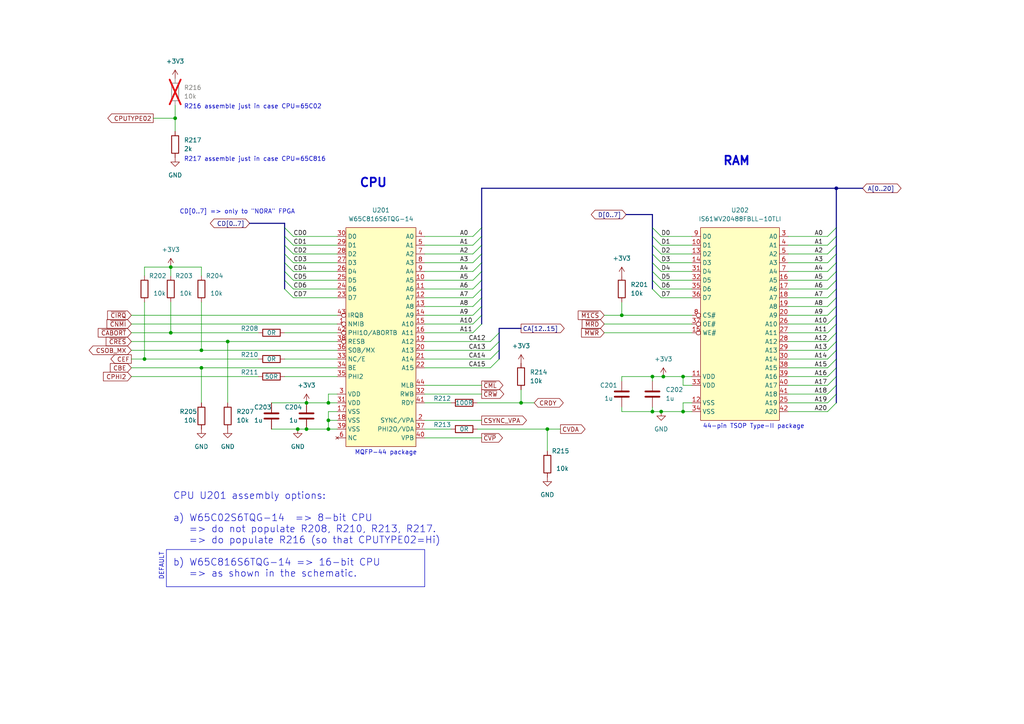
<source format=kicad_sch>
(kicad_sch (version 20230121) (generator eeschema)
  (paper "A4")
  (title_block (title "X65-SBC") (date "2024-02-12") (rev "revB1") (company "FOR X65.EU DESIGNED BY JSYKORA.INFO") (comment 1 "65816 CPU, 2MB SRAM"))
  (lib_symbols
    (symbol "Device:C" (pin_numbers hide) (pin_names (offset 0.254))
      (property "Reference" "C" (at 0.635 2.54 0))
      (property "Value" "C" (at 0.635 -2.54 0))
      (symbol "C_0_1"
        (polyline (pts (xy -2.032 -0.762) (xy 2.032 -0.762)) (stroke (width 0.508)))
        (polyline (pts (xy -2.032 0.762) (xy 2.032 0.762)) (stroke (width 0.508)))
      )
      (symbol "C_1_1"
        (pin passive line (at 0 3.81 270) (length 2.794) (name "~") (number "1"))
        (pin passive line (at 0 -3.81 90) (length 2.794) (name "~") (number "2"))
      )
    )
    (symbol "Device:R" (pin_numbers hide) (pin_names (offset 0))
      (property "Reference" "R" (at 2.032 0 90))
      (property "Value" "R" (at 0 0 90))
      (symbol "R_0_1"
        (rectangle (start -1.016 -2.54) (end 1.016 2.54) (stroke (width 0.254)))
      )
      (symbol "R_1_1"
        (pin passive line (at 0 3.81 270) (length 1.27) (name "~") (number "1"))
        (pin passive line (at 0 -3.81 90) (length 1.27) (name "~") (number "2"))
      )
    )
    (symbol "SRAM:IS61WV20488FBLL-10TLI"
      (property "Reference" "U" (at -10.16 -1.27 0))
      (property "Value" "IS61WV20488FBLL-10TLI" (at 0 -3.81 0))
      (symbol "IS61WV20488FBLL-10TLI_0_1"
        (rectangle (start -11.43 55.88) (end 11.43 0) (fill (type background)))
      )
      (symbol "IS61WV20488FBLL-10TLI_1_1"
        (pin bidirectional line (at -13.97 50.8 0) (length 2.54) (name "D1") (number "10"))
        (pin power_in line (at -13.97 12.7 0) (length 2.54) (name "VDD") (number "11"))
        (pin power_in line (at -13.97 5.08 0) (length 2.54) (name "VSS") (number "12"))
        (pin bidirectional line (at -13.97 48.26 0) (length 2.54) (name "D2") (number "13"))
        (pin bidirectional line (at -13.97 45.72 0) (length 2.54) (name "D3") (number "14"))
        (pin input inverted (at -13.97 25.4 0) (length 2.54) (name "WE#") (number "15"))
        (pin input line (at 13.97 40.64 180) (length 2.54) (name "A5") (number "16"))
        (pin input line (at 13.97 38.1 180) (length 2.54) (name "A6") (number "17"))
        (pin input line (at 13.97 35.56 180) (length 2.54) (name "A7") (number "18"))
        (pin input line (at 13.97 33.02 180) (length 2.54) (name "A8") (number "19"))
        (pin input line (at 13.97 30.48 180) (length 2.54) (name "A9") (number "20"))
        (pin input line (at 13.97 5.08 180) (length 2.54) (name "A19") (number "25"))
        (pin input line (at 13.97 27.94 180) (length 2.54) (name "A10") (number "26"))
        (pin input line (at 13.97 25.4 180) (length 2.54) (name "A11") (number "27"))
        (pin input line (at 13.97 22.86 180) (length 2.54) (name "A12") (number "28"))
        (pin input line (at 13.97 20.32 180) (length 2.54) (name "A13") (number "29"))
        (pin input line (at 13.97 53.34 180) (length 2.54) (name "A0") (number "3"))
        (pin input line (at 13.97 17.78 180) (length 2.54) (name "A14") (number "30"))
        (pin bidirectional line (at -13.97 43.18 0) (length 2.54) (name "D4") (number "31"))
        (pin bidirectional line (at -13.97 40.64 0) (length 2.54) (name "D5") (number "32"))
        (pin power_in line (at -13.97 10.16 0) (length 2.54) (name "VDD") (number "33"))
        (pin power_in line (at -13.97 2.54 0) (length 2.54) (name "VSS") (number "34"))
        (pin bidirectional line (at -13.97 38.1 0) (length 2.54) (name "D6") (number "35"))
        (pin bidirectional line (at -13.97 35.56 0) (length 2.54) (name "D7") (number "36"))
        (pin input inverted (at -13.97 27.94 0) (length 2.54) (name "OE#") (number "37"))
        (pin input line (at 13.97 15.24 180) (length 2.54) (name "A15") (number "38"))
        (pin input line (at 13.97 12.7 180) (length 2.54) (name "A16") (number "39"))
        (pin input line (at 13.97 50.8 180) (length 2.54) (name "A1") (number "4"))
        (pin input line (at 13.97 10.16 180) (length 2.54) (name "A17") (number "40"))
        (pin input line (at 13.97 7.62 180) (length 2.54) (name "A18") (number "41"))
        (pin input line (at 13.97 2.54 180) (length 2.54) (name "A20") (number "42"))
        (pin input line (at 13.97 48.26 180) (length 2.54) (name "A2") (number "5"))
        (pin input line (at 13.97 45.72 180) (length 2.54) (name "A3") (number "6"))
        (pin input line (at 13.97 43.18 180) (length 2.54) (name "A4") (number "7"))
        (pin input inverted (at -13.97 30.48 0) (length 2.54) (name "CS#") (number "8"))
        (pin bidirectional line (at -13.97 53.34 0) (length 2.54) (name "D0") (number "9"))
      )
    )
    (symbol "W65:W65C{02|816}S6TQG-14"
      (property "Reference" "U" (at -6.35 -11.43 0))
      (property "Value" "W65C{02|816}S6TQG-14" (at 2.54 -13.97 0))
      (symbol "W65C{02|816}S6TQG-14_0_1"
        (rectangle (start -7.62 53.34) (end 12.7 -10.16) (fill (type background)))
      )
      (symbol "W65C{02|816}S6TQG-14_1_1"
        (pin input inverted (at -10.16 25.4 0) (length 2.54) (name "NMIB") (number "1"))
        (pin output line (at 15.24 38.1 180) (length 2.54) (name "A5") (number "10"))
        (pin output line (at 15.24 35.56 180) (length 2.54) (name "A6") (number "11"))
        (pin output line (at 15.24 33.02 180) (length 2.54) (name "A7") (number "12"))
        (pin output line (at 15.24 30.48 180) (length 2.54) (name "A8") (number "13"))
        (pin output line (at 15.24 27.94 180) (length 2.54) (name "A9") (number "14"))
        (pin output line (at 15.24 25.4 180) (length 2.54) (name "A10") (number "15"))
        (pin output line (at 15.24 22.86 180) (length 2.54) (name "A11") (number "16"))
        (pin power_in line (at -10.16 0 0) (length 2.54) (name "VSS") (number "17"))
        (pin power_in line (at -10.16 -2.54 0) (length 2.54) (name "VSS") (number "18"))
        (pin output line (at 15.24 20.32 180) (length 2.54) (name "A12") (number "19"))
        (pin output line (at 15.24 -2.54 180) (length 2.54) (name "SYNC/VPA") (number "2"))
        (pin output line (at 15.24 17.78 180) (length 2.54) (name "A13") (number "20"))
        (pin output line (at 15.24 15.24 180) (length 2.54) (name "A14") (number "21"))
        (pin output line (at 15.24 12.7 180) (length 2.54) (name "A15") (number "22"))
        (pin bidirectional line (at -10.16 33.02 0) (length 2.54) (name "D7") (number "23"))
        (pin bidirectional line (at -10.16 35.56 0) (length 2.54) (name "D6") (number "24"))
        (pin bidirectional line (at -10.16 38.1 0) (length 2.54) (name "D5") (number "25"))
        (pin bidirectional line (at -10.16 40.64 0) (length 2.54) (name "D4") (number "26"))
        (pin bidirectional line (at -10.16 43.18 0) (length 2.54) (name "D3") (number "27"))
        (pin bidirectional line (at -10.16 45.72 0) (length 2.54) (name "D2") (number "28"))
        (pin bidirectional line (at -10.16 48.26 0) (length 2.54) (name "D1") (number "29"))
        (pin power_in line (at -10.16 5.08 0) (length 2.54) (name "VDD") (number "3"))
        (pin bidirectional line (at -10.16 50.8 0) (length 2.54) (name "D0") (number "30"))
        (pin power_in line (at -10.16 2.54 0) (length 2.54) (name "VDD") (number "31"))
        (pin output line (at 15.24 5.08 180) (length 2.54) (name "RWB") (number "32"))
        (pin output line (at -10.16 15.24 0) (length 2.54) (name "NC/E") (number "33"))
        (pin input line (at -10.16 12.7 0) (length 2.54) (name "BE") (number "34"))
        (pin input line (at -10.16 10.16 0) (length 2.54) (name "PHI2") (number "35"))
        (pin output line (at -10.16 17.78 0) (length 2.54) (name "SOB/MX") (number "36"))
        (pin output line (at 15.24 -5.08 180) (length 2.54) (name "PHI2O/VDA") (number "37"))
        (pin input inverted (at -10.16 20.32 0) (length 2.54) (name "RESB") (number "38"))
        (pin power_in line (at -10.16 -5.08 0) (length 2.54) (name "VSS") (number "39"))
        (pin output line (at 15.24 50.8 180) (length 2.54) (name "A0") (number "4"))
        (pin output line (at 15.24 -7.62 180) (length 2.54) (name "VPB") (number "40"))
        (pin bidirectional line (at 15.24 2.54 180) (length 2.54) (name "RDY") (number "41"))
        (pin bidirectional inverted (at -10.16 22.86 0) (length 2.54) (name "PHI1O/ABORTB") (number "42"))
        (pin input inverted (at -10.16 27.94 0) (length 2.54) (name "IRQB") (number "43"))
        (pin output line (at 15.24 7.62 180) (length 2.54) (name "MLB") (number "44"))
        (pin output line (at 15.24 48.26 180) (length 2.54) (name "A1") (number "5"))
        (pin no_connect line (at -10.16 -7.62 0) (length 2.54) (name "NC") (number "6"))
        (pin output line (at 15.24 45.72 180) (length 2.54) (name "A2") (number "7"))
        (pin output line (at 15.24 43.18 180) (length 2.54) (name "A3") (number "8"))
        (pin output line (at 15.24 40.64 180) (length 2.54) (name "A4") (number "9"))
      )
    )
    (symbol "power:+3V3" (power) (pin_names (offset 0))
      (property "Value" "+3V3" (at 0 3.556 0))
      (symbol "+3V3_0_1"
        (polyline (pts (xy -0.762 1.27) (xy 0 2.54)))
        (polyline (pts (xy 0 0) (xy 0 2.54)))
        (polyline (pts (xy 0 2.54) (xy 0.762 1.27)))
      )
      (symbol "+3V3_1_1"
        (pin power_in line (at 0 0 90) (length 0) hide (name "+3V3") (number "1"))
      )
    )
    (symbol "power:GND" (power) (pin_names (offset 0))
      (property "Value" "GND" (at 0 -3.81 0))
      (symbol "GND_0_1"
        (polyline (pts (xy 0 0) (xy 0 -1.27) (xy 1.27 -1.27) (xy 0 -2.54) (xy -1.27 -1.27) (xy 0 -1.27)))
      )
      (symbol "GND_1_1"
        (pin power_in line (at 0 0 270) (length 0) hide (name "GND") (number "1"))
      )
    )
  )
  (junction (at 189.23 119.38))
  (junction (at 41.91 104.14))
  (junction (at 88.9 124.46))
  (junction (at 95.25 116.84))
  (junction (at 50.8 34.29))
  (junction (at 191.77 119.38))
  (junction (at 49.53 96.52))
  (junction (at 95.25 121.92))
  (junction (at 192.405 109.22))
  (junction (at 95.25 124.46))
  (junction (at 66.04 99.06))
  (junction (at 158.75 124.46))
  (junction (at 86.36 124.46))
  (junction (at 58.42 106.68))
  (junction (at 88.9 116.84))
  (junction (at 151.13 116.84))
  (junction (at 49.53 77.47))
  (junction (at 198.12 119.38))
  (junction (at 242.57 54.61))
  (junction (at 189.23 109.22))
  (junction (at 198.12 109.22))
  (junction (at 180.34 91.44))
  (junction (at 58.42 101.6))
  (bus_entry (at 189.23 76.2) (size 2.54 2.54))
  (bus_entry (at 242.57 86.36) (size -2.54 2.54))
  (bus_entry (at 242.57 88.9) (size -2.54 2.54))
  (bus_entry (at 242.57 116.84) (size -2.54 2.54))
  (bus_entry (at 242.57 106.68) (size -2.54 2.54))
  (bus_entry (at 137.16 91.44) (size 2.54 -2.54))
  (bus_entry (at 137.16 96.52) (size 2.54 -2.54))
  (bus_entry (at 137.16 93.98) (size 2.54 -2.54))
  (bus_entry (at 137.16 86.36) (size 2.54 -2.54))
  (bus_entry (at 137.16 83.82) (size 2.54 -2.54))
  (bus_entry (at 137.16 88.9) (size 2.54 -2.54))
  (bus_entry (at 137.16 78.74) (size 2.54 -2.54))
  (bus_entry (at 137.16 81.28) (size 2.54 -2.54))
  (bus_entry (at 137.16 76.2) (size 2.54 -2.54))
  (bus_entry (at 137.16 71.12) (size 2.54 -2.54))
  (bus_entry (at 137.16 73.66) (size 2.54 -2.54))
  (bus_entry (at 137.16 68.58) (size 2.54 -2.54))
  (bus_entry (at 242.57 93.98) (size -2.54 2.54))
  (bus_entry (at 189.23 81.28) (size 2.54 2.54))
  (bus_entry (at 242.57 68.58) (size -2.54 2.54))
  (bus_entry (at 189.23 73.66) (size 2.54 2.54))
  (bus_entry (at 189.23 83.82) (size 2.54 2.54))
  (bus_entry (at 242.57 104.14) (size -2.54 2.54))
  (bus_entry (at 242.57 101.6) (size -2.54 2.54))
  (bus_entry (at 242.57 81.28) (size -2.54 2.54))
  (bus_entry (at 242.57 73.66) (size -2.54 2.54))
  (bus_entry (at 242.57 109.22) (size -2.54 2.54))
  (bus_entry (at 189.23 66.04) (size 2.54 2.54))
  (bus_entry (at 242.57 76.2) (size -2.54 2.54))
  (bus_entry (at 242.57 66.04) (size -2.54 2.54))
  (bus_entry (at 242.57 114.3) (size -2.54 2.54))
  (bus_entry (at 242.57 99.06) (size -2.54 2.54))
  (bus_entry (at 142.24 99.06) (size 2.54 -2.54))
  (bus_entry (at 142.24 101.6) (size 2.54 -2.54))
  (bus_entry (at 142.24 104.14) (size 2.54 -2.54))
  (bus_entry (at 142.24 106.68) (size 2.54 -2.54))
  (bus_entry (at 242.57 96.52) (size -2.54 2.54))
  (bus_entry (at 189.23 78.74) (size 2.54 2.54))
  (bus_entry (at 189.23 71.12) (size 2.54 2.54))
  (bus_entry (at 189.23 68.58) (size 2.54 2.54))
  (bus_entry (at 82.55 66.04) (size 2.54 2.54))
  (bus_entry (at 82.55 68.58) (size 2.54 2.54))
  (bus_entry (at 82.55 71.12) (size 2.54 2.54))
  (bus_entry (at 82.55 78.74) (size 2.54 2.54))
  (bus_entry (at 82.55 73.66) (size 2.54 2.54))
  (bus_entry (at 82.55 76.2) (size 2.54 2.54))
  (bus_entry (at 82.55 81.28) (size 2.54 2.54))
  (bus_entry (at 82.55 83.82) (size 2.54 2.54))
  (bus_entry (at 242.57 91.44) (size -2.54 2.54))
  (bus_entry (at 242.57 71.12) (size -2.54 2.54))
  (bus_entry (at 242.57 83.82) (size -2.54 2.54))
  (bus_entry (at 242.57 78.74) (size -2.54 2.54))
  (bus_entry (at 242.57 111.76) (size -2.54 2.54))
  (wire (pts (xy 123.19 106.68) (xy 142.24 106.68)))
  (bus (pts (xy 144.78 101.6) (xy 144.78 104.14)))
  (wire (pts (xy 228.6 81.28) (xy 240.03 81.28)))
  (wire (pts (xy 198.12 119.38) (xy 200.66 119.38)))
  (bus (pts (xy 139.7 54.61) (xy 242.57 54.61)))
  (wire (pts (xy 97.79 106.68) (xy 58.42 106.68)))
  (bus (pts (xy 242.57 88.9) (xy 242.57 91.44)))
  (bus (pts (xy 139.7 68.58) (xy 139.7 71.12)))
  (bus (pts (xy 139.7 91.44) (xy 139.7 93.98)))
  (wire (pts (xy 82.55 109.22) (xy 97.79 109.22)))
  (wire (pts (xy 228.6 83.82) (xy 240.03 83.82)))
  (bus (pts (xy 242.57 114.3) (xy 242.57 116.84)))
  (wire (pts (xy 228.6 73.66) (xy 240.03 73.66)))
  (wire (pts (xy 38.1 104.14) (xy 41.91 104.14)))
  (wire (pts (xy 123.19 116.84) (xy 130.81 116.84)))
  (wire (pts (xy 38.1 101.6) (xy 58.42 101.6)))
  (wire (pts (xy 228.6 93.98) (xy 240.03 93.98)))
  (wire (pts (xy 58.42 80.01) (xy 58.42 77.47)))
  (bus (pts (xy 139.7 73.66) (xy 139.7 76.2)))
  (wire (pts (xy 95.25 119.38) (xy 95.25 121.92)))
  (bus (pts (xy 189.23 73.66) (xy 189.23 76.2)))
  (bus (pts (xy 144.78 95.25) (xy 144.78 96.52)))
  (bus (pts (xy 242.57 66.04) (xy 242.57 68.58)))
  (wire (pts (xy 228.6 104.14) (xy 240.03 104.14)))
  (wire (pts (xy 189.23 109.22) (xy 189.23 110.49)))
  (wire (pts (xy 228.6 76.2) (xy 240.03 76.2)))
  (bus (pts (xy 82.55 76.2) (xy 82.55 78.74)))
  (wire (pts (xy 88.9 124.46) (xy 95.25 124.46)))
  (wire (pts (xy 38.1 106.68) (xy 58.42 106.68)))
  (wire (pts (xy 95.25 116.84) (xy 97.79 116.84)))
  (bus (pts (xy 139.7 54.61) (xy 139.7 66.04)))
  (wire (pts (xy 123.19 78.74) (xy 137.16 78.74)))
  (wire (pts (xy 123.19 93.98) (xy 137.16 93.98)))
  (wire (pts (xy 191.77 71.12) (xy 200.66 71.12)))
  (wire (pts (xy 123.19 96.52) (xy 137.16 96.52)))
  (wire (pts (xy 66.04 99.06) (xy 66.04 116.84)))
  (wire (pts (xy 78.74 124.46) (xy 86.36 124.46)))
  (wire (pts (xy 50.8 34.29) (xy 50.8 38.1)))
  (wire (pts (xy 97.79 119.38) (xy 95.25 119.38)))
  (wire (pts (xy 95.25 124.46) (xy 97.79 124.46)))
  (bus (pts (xy 242.57 91.44) (xy 242.57 93.98)))
  (wire (pts (xy 44.45 34.29) (xy 50.8 34.29)))
  (wire (pts (xy 228.6 109.22) (xy 240.03 109.22)))
  (wire (pts (xy 138.43 124.46) (xy 158.75 124.46)))
  (wire (pts (xy 85.09 73.66) (xy 97.79 73.66)))
  (bus (pts (xy 242.57 81.28) (xy 242.57 83.82)))
  (bus (pts (xy 242.57 76.2) (xy 242.57 78.74)))
  (wire (pts (xy 189.23 109.22) (xy 192.405 109.22)))
  (wire (pts (xy 123.19 99.06) (xy 142.24 99.06)))
  (wire (pts (xy 95.25 121.92) (xy 97.79 121.92)))
  (bus (pts (xy 242.57 99.06) (xy 242.57 101.6)))
  (wire (pts (xy 200.66 109.22) (xy 198.12 109.22)))
  (wire (pts (xy 228.6 101.6) (xy 240.03 101.6)))
  (wire (pts (xy 228.6 91.44) (xy 240.03 91.44)))
  (bus (pts (xy 82.55 71.12) (xy 82.55 73.66)))
  (wire (pts (xy 123.19 88.9) (xy 137.16 88.9)))
  (bus (pts (xy 242.57 54.61) (xy 250.19 54.61)))
  (wire (pts (xy 123.19 101.6) (xy 142.24 101.6)))
  (wire (pts (xy 200.66 116.84) (xy 198.12 116.84)))
  (wire (pts (xy 198.12 111.76) (xy 200.66 111.76)))
  (wire (pts (xy 38.1 91.44) (xy 97.79 91.44)))
  (wire (pts (xy 228.6 106.68) (xy 240.03 106.68)))
  (bus (pts (xy 139.7 71.12) (xy 139.7 73.66)))
  (wire (pts (xy 85.09 83.82) (xy 97.79 83.82)))
  (bus (pts (xy 242.57 96.52) (xy 242.57 99.06)))
  (bus (pts (xy 144.78 99.06) (xy 144.78 101.6)))
  (bus (pts (xy 189.23 81.28) (xy 189.23 83.82)))
  (wire (pts (xy 198.12 116.84) (xy 198.12 119.38)))
  (wire (pts (xy 85.09 68.58) (xy 97.79 68.58)))
  (wire (pts (xy 175.26 91.44) (xy 180.34 91.44)))
  (wire (pts (xy 41.91 77.47) (xy 49.53 77.47)))
  (wire (pts (xy 158.75 124.46) (xy 158.75 130.81)))
  (bus (pts (xy 139.7 76.2) (xy 139.7 78.74)))
  (bus (pts (xy 189.23 68.58) (xy 189.23 71.12)))
  (bus (pts (xy 144.78 96.52) (xy 144.78 99.06)))
  (wire (pts (xy 38.1 96.52) (xy 49.53 96.52)))
  (bus (pts (xy 242.57 68.58) (xy 242.57 71.12)))
  (wire (pts (xy 180.34 91.44) (xy 180.34 87.63)))
  (wire (pts (xy 123.19 73.66) (xy 137.16 73.66)))
  (wire (pts (xy 228.6 86.36) (xy 240.03 86.36)))
  (wire (pts (xy 49.53 87.63) (xy 49.53 96.52)))
  (bus (pts (xy 242.57 73.66) (xy 242.57 76.2)))
  (wire (pts (xy 58.42 101.6) (xy 97.79 101.6)))
  (bus (pts (xy 139.7 83.82) (xy 139.7 86.36)))
  (wire (pts (xy 85.09 76.2) (xy 97.79 76.2)))
  (bus (pts (xy 82.55 78.74) (xy 82.55 81.28)))
  (wire (pts (xy 158.75 124.46) (xy 162.56 124.46)))
  (wire (pts (xy 86.36 124.46) (xy 88.9 124.46)))
  (wire (pts (xy 123.19 111.76) (xy 139.7 111.76)))
  (wire (pts (xy 50.8 34.29) (xy 50.8 30.48)))
  (wire (pts (xy 189.23 109.22) (xy 180.34 109.22)))
  (wire (pts (xy 228.6 68.58) (xy 240.03 68.58)))
  (wire (pts (xy 200.66 91.44) (xy 180.34 91.44)))
  (bus (pts (xy 139.7 88.9) (xy 139.7 91.44)))
  (wire (pts (xy 41.91 80.01) (xy 41.91 77.47)))
  (wire (pts (xy 82.55 104.14) (xy 97.79 104.14)))
  (wire (pts (xy 228.6 71.12) (xy 240.03 71.12)))
  (wire (pts (xy 175.26 96.52) (xy 200.66 96.52)))
  (bus (pts (xy 242.57 71.12) (xy 242.57 73.66)))
  (bus (pts (xy 82.55 66.04) (xy 82.55 68.58)))
  (bus (pts (xy 242.57 109.22) (xy 242.57 111.76)))
  (wire (pts (xy 228.6 111.76) (xy 240.03 111.76)))
  (bus (pts (xy 242.57 78.74) (xy 242.57 81.28)))
  (wire (pts (xy 191.77 76.2) (xy 200.66 76.2)))
  (wire (pts (xy 85.09 81.28) (xy 97.79 81.28)))
  (wire (pts (xy 228.6 88.9) (xy 240.03 88.9)))
  (wire (pts (xy 58.42 77.47) (xy 49.53 77.47)))
  (bus (pts (xy 181.61 62.23) (xy 189.23 62.23)))
  (wire (pts (xy 95.25 114.3) (xy 95.25 116.84)))
  (bus (pts (xy 82.55 73.66) (xy 82.55 76.2)))
  (wire (pts (xy 191.77 119.38) (xy 198.12 119.38)))
  (bus (pts (xy 242.57 106.68) (xy 242.57 109.22)))
  (wire (pts (xy 189.23 119.38) (xy 189.23 118.11)))
  (wire (pts (xy 123.19 81.28) (xy 137.16 81.28)))
  (bus (pts (xy 139.7 78.74) (xy 139.7 81.28)))
  (wire (pts (xy 123.19 86.36) (xy 137.16 86.36)))
  (wire (pts (xy 228.6 119.38) (xy 240.03 119.38)))
  (wire (pts (xy 41.91 87.63) (xy 41.91 104.14)))
  (wire (pts (xy 123.19 104.14) (xy 142.24 104.14)))
  (wire (pts (xy 228.6 78.74) (xy 240.03 78.74)))
  (wire (pts (xy 191.77 78.74) (xy 200.66 78.74)))
  (bus (pts (xy 189.23 66.04) (xy 189.23 68.58)))
  (wire (pts (xy 198.12 109.22) (xy 198.12 111.76)))
  (bus (pts (xy 242.57 86.36) (xy 242.57 88.9)))
  (wire (pts (xy 58.42 106.68) (xy 58.42 116.84)))
  (wire (pts (xy 191.77 81.28) (xy 200.66 81.28)))
  (wire (pts (xy 191.77 83.82) (xy 200.66 83.82)))
  (wire (pts (xy 123.19 127) (xy 139.7 127)))
  (wire (pts (xy 151.13 116.84) (xy 154.94 116.84)))
  (bus (pts (xy 144.78 95.25) (xy 151.13 95.25)))
  (bus (pts (xy 139.7 66.04) (xy 139.7 68.58)))
  (wire (pts (xy 49.53 96.52) (xy 74.93 96.52)))
  (wire (pts (xy 123.19 76.2) (xy 137.16 76.2)))
  (wire (pts (xy 151.13 116.84) (xy 151.13 113.03)))
  (wire (pts (xy 88.9 116.84) (xy 95.25 116.84)))
  (bus (pts (xy 139.7 81.28) (xy 139.7 83.82)))
  (wire (pts (xy 228.6 116.84) (xy 240.03 116.84)))
  (bus (pts (xy 139.7 86.36) (xy 139.7 88.9)))
  (wire (pts (xy 38.1 93.98) (xy 97.79 93.98)))
  (wire (pts (xy 41.91 104.14) (xy 74.93 104.14)))
  (wire (pts (xy 66.04 99.06) (xy 97.79 99.06)))
  (bus (pts (xy 242.57 101.6) (xy 242.57 104.14)))
  (wire (pts (xy 38.1 99.06) (xy 66.04 99.06)))
  (wire (pts (xy 192.405 109.22) (xy 198.12 109.22)))
  (wire (pts (xy 228.6 96.52) (xy 240.03 96.52)))
  (wire (pts (xy 191.77 68.58) (xy 200.66 68.58)))
  (wire (pts (xy 228.6 99.06) (xy 240.03 99.06)))
  (bus (pts (xy 189.23 78.74) (xy 189.23 81.28)))
  (wire (pts (xy 49.53 77.47) (xy 49.53 80.01)))
  (wire (pts (xy 95.25 121.92) (xy 95.25 124.46)))
  (wire (pts (xy 191.77 73.66) (xy 200.66 73.66)))
  (wire (pts (xy 123.19 71.12) (xy 137.16 71.12)))
  (wire (pts (xy 123.19 114.3) (xy 139.7 114.3)))
  (wire (pts (xy 123.19 121.92) (xy 139.7 121.92)))
  (bus (pts (xy 72.39 64.77) (xy 82.55 64.77)))
  (wire (pts (xy 123.19 91.44) (xy 137.16 91.44)))
  (wire (pts (xy 191.77 86.36) (xy 200.66 86.36)))
  (wire (pts (xy 180.34 119.38) (xy 180.34 118.11)))
  (bus (pts (xy 242.57 111.76) (xy 242.57 114.3)))
  (wire (pts (xy 85.09 86.36) (xy 97.79 86.36)))
  (wire (pts (xy 191.77 119.38) (xy 189.23 119.38)))
  (wire (pts (xy 180.34 109.22) (xy 180.34 110.49)))
  (wire (pts (xy 138.43 116.84) (xy 151.13 116.84)))
  (wire (pts (xy 228.6 114.3) (xy 240.03 114.3)))
  (bus (pts (xy 242.57 54.61) (xy 242.57 66.04)))
  (bus (pts (xy 189.23 62.23) (xy 189.23 66.04)))
  (bus (pts (xy 189.23 71.12) (xy 189.23 73.66)))
  (bus (pts (xy 242.57 83.82) (xy 242.57 86.36)))
  (wire (pts (xy 78.74 116.84) (xy 88.9 116.84)))
  (wire (pts (xy 82.55 96.52) (xy 97.79 96.52)))
  (wire (pts (xy 123.19 83.82) (xy 137.16 83.82)))
  (wire (pts (xy 85.09 78.74) (xy 97.79 78.74)))
  (wire (pts (xy 175.26 93.98) (xy 200.66 93.98)))
  (bus (pts (xy 82.55 68.58) (xy 82.55 71.12)))
  (wire (pts (xy 38.1 109.22) (xy 74.93 109.22)))
  (wire (pts (xy 85.09 71.12) (xy 97.79 71.12)))
  (bus (pts (xy 242.57 104.14) (xy 242.57 106.68)))
  (wire (pts (xy 58.42 87.63) (xy 58.42 101.6)))
  (wire (pts (xy 123.19 124.46) (xy 130.81 124.46)))
  (wire (pts (xy 97.79 114.3) (xy 95.25 114.3)))
  (bus (pts (xy 242.57 93.98) (xy 242.57 96.52)))
  (wire (pts (xy 189.23 119.38) (xy 180.34 119.38)))
  (bus (pts (xy 189.23 76.2) (xy 189.23 78.74)))
  (bus (pts (xy 82.55 64.77) (xy 82.55 66.04)))
  (wire (pts (xy 123.19 68.58) (xy 137.16 68.58)))
  (bus (pts (xy 82.55 81.28) (xy 82.55 83.82)))
  (rectangle (start 48.26 159.385) (end 123.19 170.18))
  (text "R216 assemble just in case CPU=65C02" (at 53.34 31.75 0) (effects (font (size 1.27 1.27)) (justify left bottom)))
  (text "CD[0..7] => only to \"NORA\" FPGA" (at 52.07 62.23 0) (effects (font (size 1.27 1.27)) (justify left bottom)))
  (text "CPU" (at 104.14 54.61 0) (effects (font (size 2.5 2.5) (thickness 0.5) bold) (justify left bottom)))
  (text "CPU U201 assembly options:\n\na) W65C02S6TQG-14  => 8-bit CPU\n   => do not populate R208, R210, R213, R217.\n   => do populate R216 (so that CPUTYPE02=Hi)\n\nb) W65C816S6TQG-14 => 16-bit CPU\n   => as shown in the schematic.\n" (at 50.165 167.64 0) (effects (font (size 2 2)) (justify left bottom)))
  (text "44-pin TSOP Type-II package" (at 203.835 124.46 0) (effects (font (size 1.27 1.27)) (justify left bottom)))
  (text "MQFP-44 package" (at 102.87 132.08 0) (effects (font (size 1.27 1.27)) (justify left bottom)))
  (text "R217 assemble just in case CPU=65C816" (at 53.34 46.99 0) (effects (font (size 1.27 1.27)) (justify left bottom)))
  (text "RAM" (at 209.55 48.26 0) (effects (font (size 2.5 2.5) (thickness 0.5) bold) (justify left bottom)))
  (text "DEFAULT" (at 47.625 168.275 90) (effects (font (size 1.27 1.27)) (justify left bottom)))
  (label "A0" (at 133.35 68.58 0))
  (label "A7" (at 133.35 86.36 0))
  (label "A10" (at 133.35 93.98 0))
  (label "D0" (at 191.77 68.58 0))
  (label "D2" (at 191.77 73.66 0))
  (label "A8" (at 236.22 88.9 0))
  (label "D5" (at 191.77 81.28 0))
  (label "A11" (at 236.22 96.52 0))
  (label "A13" (at 236.22 101.6 0))
  (label "CA14" (at 135.89 104.14 0))
  (label "CD4" (at 85.09 78.74 0))
  (label "CA13" (at 135.89 101.6 0))
  (label "A19" (at 236.22 116.84 0))
  (label "CD1" (at 85.09 71.12 0))
  (label "A18" (at 236.22 114.3 0))
  (label "A1" (at 236.22 71.12 0))
  (label "A5" (at 133.35 81.28 0))
  (label "A2" (at 133.35 73.66 0))
  (label "CD2" (at 85.09 73.66 0))
  (label "D4" (at 191.77 78.74 0))
  (label "A14" (at 236.22 104.14 0))
  (label "A6" (at 236.22 83.82 0))
  (label "A11" (at 133.35 96.52 0))
  (label "A7" (at 236.22 86.36 0))
  (label "A6" (at 133.35 83.82 0))
  (label "CD0" (at 85.09 68.58 0))
  (label "A12" (at 236.22 99.06 0))
  (label "D7" (at 191.77 86.36 0))
  (label "CA12" (at 135.89 99.06 0))
  (label "A15" (at 236.22 106.68 0))
  (label "CD7" (at 85.09 86.36 0))
  (label "A4" (at 236.22 78.74 0))
  (label "A8" (at 133.35 88.9 0))
  (label "A0" (at 236.22 68.58 0))
  (label "CD5" (at 85.09 81.28 0))
  (label "A1" (at 133.35 71.12 0))
  (label "CA15" (at 135.89 106.68 0))
  (label "A20" (at 236.22 119.38 0))
  (label "A3" (at 133.35 76.2 0))
  (label "D1" (at 191.77 71.12 0))
  (label "D6" (at 191.77 83.82 0))
  (label "A16" (at 236.22 109.22 0))
  (label "A10" (at 236.22 93.98 0))
  (label "A9" (at 236.22 91.44 0))
  (label "A9" (at 133.35 91.44 0))
  (label "A3" (at 236.22 76.2 0))
  (label "D3" (at 191.77 76.2 0))
  (label "A2" (at 236.22 73.66 0))
  (label "A17" (at 236.22 111.76 0))
  (label "CD6" (at 85.09 83.82 0))
  (label "A4" (at 133.35 78.74 0))
  (label "CD3" (at 85.09 76.2 0))
  (label "A5" (at 236.22 81.28 0))
  (global_label "CPHI2" (shape input) (at 38.1 109.22 180) (property "Intersheetrefs" "${INTERSHEET_REFS}" (effects hide)))
  (global_label "~{CML}" (shape output) (at 139.7 111.76 0) (property "Intersheetrefs" "${INTERSHEET_REFS}" (effects hide)))
  (global_label "~{MRD}" (shape input) (at 175.26 93.98 180) (property "Intersheetrefs" "${INTERSHEET_REFS}" (effects hide)))
  (global_label "~{CVP}" (shape output) (at 139.7 127 0) (property "Intersheetrefs" "${INTERSHEET_REFS}" (effects hide)))
  (global_label "~{CRW}" (shape output) (at 139.7 114.3 0) (property "Intersheetrefs" "${INTERSHEET_REFS}" (effects hide)))
  (global_label "CVDA" (shape output) (at 162.56 124.46 0) (property "Intersheetrefs" "${INTERSHEET_REFS}" (effects hide)))
  (global_label "~{MWR}" (shape input) (at 175.26 96.52 180) (property "Intersheetrefs" "${INTERSHEET_REFS}" (effects hide)))
  (global_label "CA[12..15]" (shape output) (at 151.13 95.25 0) (property "Intersheetrefs" "${INTERSHEET_REFS}" (effects hide)))
  (global_label "CSOB_MX" (shape bidirectional) (at 38.1 101.6 180) (property "Intersheetrefs" "${INTERSHEET_REFS}" (effects hide)))
  (global_label "CD[0..7]" (shape bidirectional) (at 72.39 64.77 180) (property "Intersheetrefs" "${INTERSHEET_REFS}" (effects hide)))
  (global_label "CPUTYPE02" (shape output) (at 44.45 34.29 180) (property "Intersheetrefs" "${INTERSHEET_REFS}" (effects hide)))
  (global_label "~{CIRQ}" (shape input) (at 38.1 91.44 180) (property "Intersheetrefs" "${INTERSHEET_REFS}" (effects hide)))
  (global_label "CRDY" (shape bidirectional) (at 154.94 116.84 0) (property "Intersheetrefs" "${INTERSHEET_REFS}" (effects hide)))
  (global_label "CSYNC_VPA" (shape output) (at 139.7 121.92 0) (property "Intersheetrefs" "${INTERSHEET_REFS}" (effects hide)))
  (global_label "~{CNMI}" (shape input) (at 38.1 93.98 180) (property "Intersheetrefs" "${INTERSHEET_REFS}" (effects hide)))
  (global_label "D[0..7]" (shape bidirectional) (at 181.61 62.23 180) (property "Intersheetrefs" "${INTERSHEET_REFS}" (effects hide)))
  (global_label "~{CABORT}" (shape input) (at 38.1 96.52 180) (property "Intersheetrefs" "${INTERSHEET_REFS}" (effects hide)))
  (global_label "~{M1CS}" (shape input) (at 175.26 91.44 180) (property "Intersheetrefs" "${INTERSHEET_REFS}" (effects hide)))
  (global_label "A[0..20]" (shape bidirectional) (at 250.19 54.61 0) (property "Intersheetrefs" "${INTERSHEET_REFS}" (effects hide)))
  (global_label "CBE" (shape input) (at 38.1 106.68 180) (property "Intersheetrefs" "${INTERSHEET_REFS}" (effects hide)))
  (global_label "~{CRES}" (shape input) (at 38.1 99.06 180) (property "Intersheetrefs" "${INTERSHEET_REFS}" (effects hide)))
  (global_label "CEF" (shape output) (at 38.1 104.14 180) (property "Intersheetrefs" "${INTERSHEET_REFS}" (effects hide)))
  (symbol (lib_id "power:+3V3") (at 88.9 116.84 0) (unit 1)
    (property "Reference" "#PWR0203" (effects hide))
    (property "Value" "+3V3" (at 88.9 111.76 0))
  )
  (symbol (lib_id "SRAM:IS61WV20488FBLL-10TLI") (at 214.63 121.92 0) (unit 1)
    (property "Reference" "U202" (at 214.63 60.96 0))
    (property "Value" "IS61WV20488FBLL-10TLI" (at 214.63 63.5 0))
    (property "Footprint" "Package_SO:TSOP-II-44_10.16x18.41mm_P0.8mm" (effects hide))
  )
  (symbol (lib_id "Device:C") (at 78.74 120.65 0) (unit 1)
    (property "Reference" "C203" (at 73.66 118.11 0) (effects (justify left)))
    (property "Value" "1u" (at 73.66 121.92 0) (effects (justify left)))
    (property "Footprint" "Capacitor_SMD:C_0603_1608Metric_Pad1.08x0.95mm_HandSolder" (effects hide))
  )
  (symbol (lib_id "Device:R") (at 41.91 83.82 0) (unit 1)
    (property "Reference" "R202" (at 43.18 80.01 0) (effects (justify left)))
    (property "Value" "10k" (at 44.45 85.0899 0) (effects (justify left)))
    (property "Footprint" "Resistor_SMD:R_0603_1608Metric_Pad0.98x0.95mm_HandSolder" (effects hide))
  )
  (symbol (lib_id "W65:W65C{02|816}S6TQG-14") (at 107.95 119.38 0) (unit 1)
    (property "Reference" "U201" (at 110.49 60.96 0))
    (property "Value" "W65C816S6TQG-14" (at 110.49 63.5 0))
    (property "Footprint" "Package_QFP:MQFP-44_10x10mm_P0.8mm" (effects hide))
    (property "Datasheet" "https://www.westerndesigncenter.com/wdc/w65c816s-chip.php" (effects hide))
  )
  (symbol (lib_id "Device:R") (at 134.62 124.46 90) (unit 1) (in_bom no)
    (property "Reference" "R213" (at 128.27 123.19 90))
    (property "Value" "0R" (at 134.62 124.46 90))
    (property "Footprint" "Resistor_SMD:R_0603_1608Metric_Pad0.98x0.95mm_HandSolder" (effects hide))
  )
  (symbol (lib_id "power:GND") (at 66.04 124.46 0) (unit 1)
    (property "Reference" "#PWR0208" (effects hide))
    (property "Value" "GND" (at 66.04 129.54 0))
  )
  (symbol (lib_id "power:GND") (at 86.36 124.46 0) (unit 1)
    (property "Reference" "#PWR0202" (effects hide))
    (property "Value" "GND" (at 86.36 129.54 0))
  )
  (symbol (lib_id "Device:R") (at 58.42 120.65 0) (unit 1)
    (property "Reference" "R205" (at 52.07 119.38 0) (effects (justify left)))
    (property "Value" "10k" (at 53.34 121.92 0) (effects (justify left)))
    (property "Footprint" "Resistor_SMD:R_0603_1608Metric_Pad0.98x0.95mm_HandSolder" (effects hide))
  )
  (symbol (lib_id "Device:R") (at 78.74 104.14 90) (unit 1) (in_bom no)
    (property "Reference" "R210" (at 72.39 102.87 90))
    (property "Value" "0R" (at 78.74 104.14 90))
    (property "Footprint" "Resistor_SMD:R_0603_1608Metric_Pad0.98x0.95mm_HandSolder" (effects hide))
  )
  (symbol (lib_id "power:+3V3") (at 50.8 22.86 0) (unit 1)
    (property "Reference" "#PWR03" (effects hide))
    (property "Value" "+3V3" (at 50.8 17.78 0))
  )
  (symbol (lib_id "Device:C") (at 180.34 114.3 0) (unit 1)
    (property "Reference" "C201" (at 173.99 111.76 0) (effects (justify left)))
    (property "Value" "1u" (at 175.26 115.57 0) (effects (justify left)))
    (property "Footprint" "Capacitor_SMD:C_0603_1608Metric_Pad1.08x0.95mm_HandSolder" (effects hide))
  )
  (symbol (lib_id "power:+3V3") (at 49.53 77.47 0) (unit 1)
    (property "Reference" "#PWR0201" (effects hide))
    (property "Value" "+3V3" (at 49.53 72.39 0))
  )
  (symbol (lib_id "Device:R") (at 134.62 116.84 90) (unit 1)
    (property "Reference" "R212" (at 128.27 115.57 90))
    (property "Value" "100R" (at 134.62 116.84 90))
    (property "Footprint" "Resistor_SMD:R_0603_1608Metric_Pad0.98x0.95mm_HandSolder" (effects hide))
  )
  (symbol (lib_id "Device:R") (at 66.04 120.65 0) (unit 1)
    (property "Reference" "R207" (at 68.58 119.3799 0) (effects (justify left)))
    (property "Value" "10k" (at 68.58 121.9199 0) (effects (justify left)))
    (property "Footprint" "Resistor_SMD:R_0603_1608Metric_Pad0.98x0.95mm_HandSolder" (effects hide))
  )
  (symbol (lib_id "Device:R") (at 49.53 83.82 0) (unit 1)
    (property "Reference" "R203" (at 50.8 80.01 0) (effects (justify left)))
    (property "Value" "10k" (at 52.07 85.0899 0) (effects (justify left)))
    (property "Footprint" "Resistor_SMD:R_0603_1608Metric_Pad0.98x0.95mm_HandSolder" (effects hide))
  )
  (symbol (lib_id "power:GND") (at 50.8 45.72 0) (unit 1)
    (property "Reference" "#PWR02" (effects hide))
    (property "Value" "GND" (at 50.8 50.8 0))
  )
  (symbol (lib_id "Device:R") (at 180.34 83.82 0) (unit 1)
    (property "Reference" "R201" (at 182.88 82.5499 0) (effects (justify left)))
    (property "Value" "10k" (at 182.88 85.0899 0) (effects (justify left)))
    (property "Footprint" "Resistor_SMD:R_0603_1608Metric_Pad0.98x0.95mm_HandSolder" (effects hide))
  )
  (symbol (lib_id "power:GND") (at 158.75 138.43 0) (unit 1)
    (property "Reference" "#PWR0210" (effects hide))
    (property "Value" "GND" (at 158.75 143.51 0))
  )
  (symbol (lib_id "Device:C") (at 88.9 120.65 0) (unit 1)
    (property "Reference" "C204" (at 82.55 118.11 0) (effects (justify left)))
    (property "Value" "1u" (at 83.82 121.92 0) (effects (justify left)))
    (property "Footprint" "Capacitor_SMD:C_0603_1608Metric_Pad1.08x0.95mm_HandSolder" (effects hide))
  )
  (symbol (lib_id "Device:R") (at 78.74 96.52 90) (unit 1)
    (property "Reference" "R208" (at 72.39 95.25 90))
    (property "Value" "0R" (at 78.74 96.52 90))
    (property "Footprint" "Resistor_SMD:R_0603_1608Metric_Pad0.98x0.95mm_HandSolder" (effects hide))
  )
  (symbol (lib_id "Device:R") (at 58.42 83.82 0) (unit 1)
    (property "Reference" "R204" (at 59.69 80.01 0) (effects (justify left)))
    (property "Value" "10k" (at 60.96 85.0899 0) (effects (justify left)))
    (property "Footprint" "Resistor_SMD:R_0603_1608Metric_Pad0.98x0.95mm_HandSolder" (effects hide))
  )
  (symbol (lib_id "Device:R") (at 50.8 26.67 0) (unit 1) (dnp yes)
    (property "Reference" "R216" (at 53.34 25.4 0) (effects (justify left)))
    (property "Value" "10k" (at 53.34 27.9399 0) (effects (justify left)))
    (property "Footprint" "Resistor_SMD:R_0603_1608Metric_Pad0.98x0.95mm_HandSolder" (effects hide))
  )
  (symbol (lib_id "Device:R") (at 158.75 134.62 0) (unit 1)
    (property "Reference" "R215" (at 160.02 130.81 0) (effects (justify left)))
    (property "Value" "10k" (at 161.29 135.8899 0) (effects (justify left)))
    (property "Footprint" "Resistor_SMD:R_0603_1608Metric_Pad0.98x0.95mm_HandSolder" (effects hide))
  )
  (symbol (lib_id "power:+3V3") (at 180.34 80.01 0) (unit 1)
    (property "Reference" "#PWR0206" (effects hide))
    (property "Value" "+3V3" (at 180.34 74.93 0))
  )
  (symbol (lib_id "power:GND") (at 191.77 119.38 0) (unit 1)
    (property "Reference" "#PWR0204" (effects hide))
    (property "Value" "GND" (at 191.77 124.46 0))
  )
  (symbol (lib_id "Device:R") (at 151.13 109.22 0) (unit 1)
    (property "Reference" "R214" (at 153.67 107.95 0) (effects (justify left)))
    (property "Value" "10k" (at 153.67 110.4899 0) (effects (justify left)))
    (property "Footprint" "Resistor_SMD:R_0603_1608Metric_Pad0.98x0.95mm_HandSolder" (effects hide))
  )
  (symbol (lib_id "power:+3V3") (at 192.405 109.22 0) (unit 1)
    (property "Reference" "#PWR0209" (effects hide))
    (property "Value" "+3V3" (at 192.405 104.14 0))
  )
  (symbol (lib_id "power:GND") (at 58.42 124.46 0) (unit 1)
    (property "Reference" "#PWR0207" (effects hide))
    (property "Value" "GND" (at 58.42 129.54 0))
  )
  (symbol (lib_id "Device:C") (at 189.23 114.3 0) (unit 1)
    (property "Reference" "C202" (at 193.04 113.0299 0) (effects (justify left)))
    (property "Value" "1u" (at 193.04 115.5699 0) (effects (justify left)))
    (property "Footprint" "Capacitor_SMD:C_0603_1608Metric_Pad1.08x0.95mm_HandSolder" (effects hide))
  )
  (symbol (lib_id "power:+3V3") (at 151.13 105.41 0) (unit 1)
    (property "Reference" "#PWR0205" (effects hide))
    (property "Value" "+3V3" (at 151.13 100.33 0))
  )
  (symbol (lib_id "Device:R") (at 78.74 109.22 90) (unit 1)
    (property "Reference" "R211" (at 72.39 107.95 90))
    (property "Value" "50R" (at 78.74 109.22 90))
    (property "Footprint" "Resistor_SMD:R_0603_1608Metric_Pad0.98x0.95mm_HandSolder" (effects hide))
  )
  (symbol (lib_id "Device:R") (at 50.8 41.91 0) (unit 1)
    (property "Reference" "R217" (at 53.34 40.64 0) (effects (justify left)))
    (property "Value" "2k" (at 53.34 43.1799 0) (effects (justify left)))
    (property "Footprint" "Resistor_SMD:R_0603_1608Metric_Pad0.98x0.95mm_HandSolder" (effects hide))
  )
)
</source>
